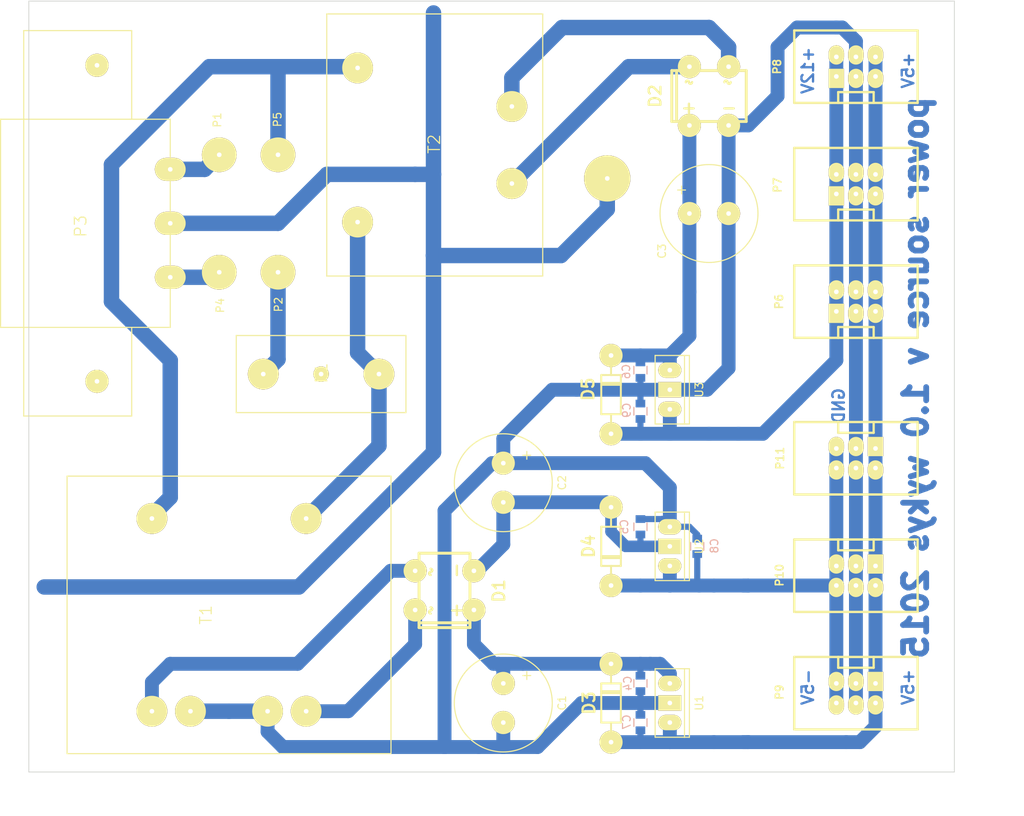
<source format=kicad_pcb>
(kicad_pcb (version 4) (host pcbnew 0.201504101001+5590~22~ubuntu14.04.1-product)

  (general
    (links 80)
    (no_connects 0)
    (area 31.064999 54.949999 168.714286 162.700001)
    (thickness 1.6)
    (drawings 12)
    (tracks 201)
    (zones 0)
    (modules 32)
    (nets 18)
  )

  (page A4)
  (layers
    (0 F.Cu signal)
    (31 B.Cu signal)
    (32 B.Adhes user)
    (33 F.Adhes user)
    (34 B.Paste user)
    (35 F.Paste user)
    (36 B.SilkS user)
    (37 F.SilkS user)
    (38 B.Mask user)
    (39 F.Mask user)
    (40 Dwgs.User user)
    (41 Cmts.User user)
    (42 Eco1.User user)
    (43 Eco2.User user)
    (44 Edge.Cuts user)
    (45 Margin user)
    (46 B.CrtYd user)
    (47 F.CrtYd user)
    (48 B.Fab user)
    (49 F.Fab user)
  )

  (setup
    (last_trace_width 0.25)
    (user_trace_width 0.5)
    (user_trace_width 0.8)
    (user_trace_width 1)
    (user_trace_width 1.2)
    (user_trace_width 1.5)
    (user_trace_width 1.8)
    (user_trace_width 2)
    (trace_clearance 0.2)
    (zone_clearance 0.508)
    (zone_45_only no)
    (trace_min 0.2)
    (segment_width 0.2)
    (edge_width 0.1)
    (via_size 0.6)
    (via_drill 0.4)
    (via_min_size 0.4)
    (via_min_drill 0.3)
    (uvia_size 0.3)
    (uvia_drill 0.1)
    (uvias_allowed no)
    (uvia_min_size 0.2)
    (uvia_min_drill 0.1)
    (pcb_text_width 0.3)
    (pcb_text_size 1.5 1.5)
    (mod_edge_width 0.15)
    (mod_text_size 1 1)
    (mod_text_width 0.15)
    (pad_size 6 6)
    (pad_drill 0.6)
    (pad_to_mask_clearance 0)
    (aux_axis_origin 35 155)
    (visible_elements FFFEFF7F)
    (pcbplotparams
      (layerselection 0x01000_80000001)
      (usegerberextensions false)
      (excludeedgelayer false)
      (linewidth 0.100000)
      (plotframeref false)
      (viasonmask false)
      (mode 1)
      (useauxorigin false)
      (hpglpennumber 1)
      (hpglpenspeed 20)
      (hpglpendiameter 15)
      (hpglpenoverlay 2)
      (psnegative false)
      (psa4output false)
      (plotreference true)
      (plotvalue true)
      (plotinvisibletext false)
      (padsonsilk false)
      (subtractmaskfromsilk false)
      (outputformat 5)
      (mirror false)
      (drillshape 1)
      (scaleselection 1)
      (outputdirectory out/))
  )

  (net 0 "")
  (net 1 GND)
  (net 2 "Net-(C1-Pad1)")
  (net 3 "Net-(C2-Pad2)")
  (net 4 "Net-(C3-Pad1)")
  (net 5 +5V)
  (net 6 -5V)
  (net 7 +12V)
  (net 8 "Net-(D1-Pad3)")
  (net 9 "Net-(D1-Pad2)")
  (net 10 "Net-(D2-Pad3)")
  (net 11 "Net-(D2-Pad2)")
  (net 12 "Net-(F1-Pad1)")
  (net 13 "Net-(F1-Pad2)")
  (net 14 Earth)
  (net 15 "Net-(P3-Pad3)")
  (net 16 "Net-(P1-Pad1)")
  (net 17 "Net-(P5-Pad1)")

  (net_class Default "Toto je výchozí třída sítě."
    (clearance 0.2)
    (trace_width 0.25)
    (via_dia 0.6)
    (via_drill 0.4)
    (uvia_dia 0.3)
    (uvia_drill 0.1)
    (add_net +12V)
    (add_net +5V)
    (add_net -5V)
    (add_net Earth)
    (add_net GND)
    (add_net "Net-(C1-Pad1)")
    (add_net "Net-(C2-Pad2)")
    (add_net "Net-(C3-Pad1)")
    (add_net "Net-(D1-Pad2)")
    (add_net "Net-(D1-Pad3)")
    (add_net "Net-(D2-Pad2)")
    (add_net "Net-(D2-Pad3)")
    (add_net "Net-(F1-Pad1)")
    (add_net "Net-(F1-Pad2)")
    (add_net "Net-(P1-Pad1)")
    (add_net "Net-(P3-Pad3)")
    (add_net "Net-(P5-Pad1)")
  )

  (module Capacitors_Elko_ThroughHole:Elko_vert_25x12.5mm_RM5_CopperClear (layer F.Cu) (tedit 551FD4F7) (tstamp 551F1B3C)
    (at 96.52 143.51 270)
    (descr "Electrolytic Capacitor, vertical, diameter 12,5mm, RM 5mm, Copper without +,")
    (tags "Electrolytic Capacitor, vertical, diameter 12,5mm, RM 5mm, Elko, Electrolytkondensator, Kondensator gepolt, Durchmesser 12,5mm, Copper without +,")
    (path /551D88AE)
    (fp_text reference C1 (at 2.54 -7.62 270) (layer F.SilkS)
      (effects (font (size 1 1) (thickness 0.15)))
    )
    (fp_text value 470u/100V (at 2.54 7.62 270) (layer F.Fab)
      (effects (font (size 1 1) (thickness 0.15)))
    )
    (fp_line (start -1.016 -3.556) (end -1.016 -2.54) (layer F.SilkS) (width 0.15))
    (fp_line (start -1.524 -3.048) (end -0.508 -3.048) (layer F.SilkS) (width 0.15))
    (fp_circle (center 2.54 0) (end 8.89 0) (layer F.SilkS) (width 0.15))
    (pad 2 thru_hole circle (at 5.08 0 270) (size 3 3) (drill 0.6) (layers *.Cu *.Mask F.SilkS)
      (net 1 GND))
    (pad 1 thru_hole circle (at 0 0 270) (size 3 3) (drill 0.6) (layers *.Cu *.Mask F.SilkS)
      (net 2 "Net-(C1-Pad1)"))
    (model Capacitors_Elko_ThroughHole.3dshapes/Elko_vert_25x12.5mm_RM5_CopperClear.wrl
      (at (xyz 0 0 0))
      (scale (xyz 1 1 1))
      (rotate (xyz 0 0 0))
    )
  )

  (module Capacitors_Elko_ThroughHole:Elko_vert_25x12.5mm_RM5_CopperClear (layer F.Cu) (tedit 551FD4E9) (tstamp 551F1B42)
    (at 96.52 114.935 270)
    (descr "Electrolytic Capacitor, vertical, diameter 12,5mm, RM 5mm, Copper without +,")
    (tags "Electrolytic Capacitor, vertical, diameter 12,5mm, RM 5mm, Elko, Electrolytkondensator, Kondensator gepolt, Durchmesser 12,5mm, Copper without +,")
    (path /551D894B)
    (fp_text reference C2 (at 2.54 -7.62 270) (layer F.SilkS)
      (effects (font (size 1 1) (thickness 0.15)))
    )
    (fp_text value 470u/100V (at 2.54 7.62 270) (layer F.Fab)
      (effects (font (size 1 1) (thickness 0.15)))
    )
    (fp_line (start -1.016 -3.556) (end -1.016 -2.54) (layer F.SilkS) (width 0.15))
    (fp_line (start -1.524 -3.048) (end -0.508 -3.048) (layer F.SilkS) (width 0.15))
    (fp_circle (center 2.54 0) (end 8.89 0) (layer F.SilkS) (width 0.15))
    (pad 2 thru_hole circle (at 5.08 0 270) (size 3 3) (drill 0.6) (layers *.Cu *.Mask F.SilkS)
      (net 3 "Net-(C2-Pad2)"))
    (pad 1 thru_hole circle (at 0 0 270) (size 3 3) (drill 0.6) (layers *.Cu *.Mask F.SilkS)
      (net 1 GND))
    (model Capacitors_Elko_ThroughHole.3dshapes/Elko_vert_25x12.5mm_RM5_CopperClear.wrl
      (at (xyz 0 0 0))
      (scale (xyz 1 1 1))
      (rotate (xyz 0 0 0))
    )
  )

  (module Capacitors_Elko_ThroughHole:Elko_vert_25x12.5mm_RM5_CopperClear (layer F.Cu) (tedit 552B2671) (tstamp 551F1B48)
    (at 120.65 82.55)
    (descr "Electrolytic Capacitor, vertical, diameter 12,5mm, RM 5mm, Copper without +,")
    (tags "Electrolytic Capacitor, vertical, diameter 12,5mm, RM 5mm, Elko, Electrolytkondensator, Kondensator gepolt, Durchmesser 12,5mm, Copper without +,")
    (path /551D9CE7)
    (fp_text reference C3 (at -3.556 4.8895 90) (layer F.SilkS)
      (effects (font (size 1 1) (thickness 0.15)))
    )
    (fp_text value 470u/100V (at 2.54 7.62) (layer F.Fab)
      (effects (font (size 1 1) (thickness 0.15)))
    )
    (fp_line (start -1.016 -3.556) (end -1.016 -2.54) (layer F.SilkS) (width 0.15))
    (fp_line (start -1.524 -3.048) (end -0.508 -3.048) (layer F.SilkS) (width 0.15))
    (fp_circle (center 2.54 0) (end 8.89 0) (layer F.SilkS) (width 0.15))
    (pad 2 thru_hole circle (at 5.08 0) (size 3 3) (drill 0.6) (layers *.Cu *.Mask F.SilkS)
      (net 1 GND))
    (pad 1 thru_hole circle (at 0 0) (size 3 3) (drill 0.6) (layers *.Cu *.Mask F.SilkS)
      (net 4 "Net-(C3-Pad1)"))
    (model Capacitors_Elko_ThroughHole.3dshapes/Elko_vert_25x12.5mm_RM5_CopperClear.wrl
      (at (xyz 0 0 0))
      (scale (xyz 1 1 1))
      (rotate (xyz 0 0 0))
    )
  )

  (module Capacitors_SMD:C_0805 (layer B.Cu) (tedit 5415D6EA) (tstamp 551F1B54)
    (at 114.3 123.19 270)
    (descr "Capacitor SMD 0805, reflow soldering, AVX (see smccp.pdf)")
    (tags "capacitor 0805")
    (path /551E305F)
    (attr smd)
    (fp_text reference C5 (at 0 2.1 270) (layer B.SilkS)
      (effects (font (size 1 1) (thickness 0.15)) (justify mirror))
    )
    (fp_text value 100n (at 0 -2.1 270) (layer B.Fab)
      (effects (font (size 1 1) (thickness 0.15)) (justify mirror))
    )
    (fp_line (start -1.8 1) (end 1.8 1) (layer B.CrtYd) (width 0.05))
    (fp_line (start -1.8 -1) (end 1.8 -1) (layer B.CrtYd) (width 0.05))
    (fp_line (start -1.8 1) (end -1.8 -1) (layer B.CrtYd) (width 0.05))
    (fp_line (start 1.8 1) (end 1.8 -1) (layer B.CrtYd) (width 0.05))
    (fp_line (start 0.5 0.85) (end -0.5 0.85) (layer B.SilkS) (width 0.15))
    (fp_line (start -0.5 -0.85) (end 0.5 -0.85) (layer B.SilkS) (width 0.15))
    (pad 1 smd rect (at -1 0 270) (size 1 1.25) (layers B.Cu B.Paste B.Mask)
      (net 1 GND))
    (pad 2 smd rect (at 1 0 270) (size 1 1.25) (layers B.Cu B.Paste B.Mask)
      (net 3 "Net-(C2-Pad2)"))
    (model Capacitors_SMD.3dshapes/C_0805.wrl
      (at (xyz 0 0 0))
      (scale (xyz 1 1 1))
      (rotate (xyz 0 0 0))
    )
  )

  (module w_pth_diodes:bridge_DFM (layer F.Cu) (tedit 552B26C7) (tstamp 551F1B86)
    (at 88.9 131.445 90)
    (descr "Bridge, DFM Package")
    (tags DFM)
    (path /551EEF0A)
    (fp_text reference D1 (at -0.0635 7.0485 90) (layer F.SilkS)
      (effects (font (thickness 0.28448)))
    )
    (fp_text value DB104 (at 0 6.4008 90) (layer F.SilkS) hide
      (effects (font (thickness 0.28448)))
    )
    (fp_line (start -4.20116 -3.29946) (end -4.20116 3.29946) (layer F.SilkS) (width 0.381))
    (fp_arc (start 2.19964 -1.79832) (end 2.19964 -1.99898) (angle 90) (layer F.SilkS) (width 0.3048))
    (fp_arc (start 2.19964 -1.79832) (end 2.00152 -1.79832) (angle 90) (layer F.SilkS) (width 0.3048))
    (fp_arc (start 2.60096 -1.79832) (end 2.60096 -1.6002) (angle 90) (layer F.SilkS) (width 0.3048))
    (fp_arc (start 2.60096 -1.79832) (end 2.80162 -1.79832) (angle 90) (layer F.SilkS) (width 0.3048))
    (fp_arc (start -2.4003 -1.79832) (end -2.19964 -1.79832) (angle 90) (layer F.SilkS) (width 0.3048))
    (fp_arc (start -2.4003 -1.79832) (end -2.4003 -1.6002) (angle 90) (layer F.SilkS) (width 0.3048))
    (fp_arc (start -2.80162 -1.79832) (end -2.99974 -1.79832) (angle 90) (layer F.SilkS) (width 0.3048))
    (fp_arc (start -2.80162 -1.79832) (end -2.80162 -1.99898) (angle 90) (layer F.SilkS) (width 0.3048))
    (fp_line (start 1.99898 1.6002) (end 3.2004 1.6002) (layer F.SilkS) (width 0.3048))
    (fp_line (start -1.99898 1.6002) (end -3.2004 1.6002) (layer F.SilkS) (width 0.3048))
    (fp_line (start -2.60096 2.19964) (end -2.60096 1.00076) (layer F.SilkS) (width 0.3048))
    (fp_line (start 4.826 -3.302) (end 4.826 3.302) (layer F.SilkS) (width 0.381))
    (fp_line (start 4.826 3.302) (end -4.826 3.302) (layer F.SilkS) (width 0.381))
    (fp_line (start -4.826 3.302) (end -4.826 -3.302) (layer F.SilkS) (width 0.381))
    (fp_line (start -4.826 -3.302) (end 4.826 -3.302) (layer F.SilkS) (width 0.381))
    (pad 1 thru_hole circle (at -2.54 3.81 90) (size 3 3) (drill 0.6) (layers *.Cu *.Mask F.SilkS)
      (net 2 "Net-(C1-Pad1)"))
    (pad 4 thru_hole circle (at 2.54 3.81 90) (size 3 3) (drill 0.6) (layers *.Cu *.Mask F.SilkS)
      (net 3 "Net-(C2-Pad2)"))
    (pad 3 thru_hole circle (at 2.54 -3.81 90) (size 3 3) (drill 0.6) (layers *.Cu *.Mask F.SilkS)
      (net 8 "Net-(D1-Pad3)"))
    (pad 2 thru_hole circle (at -2.54 -3.81 90) (size 3 3) (drill 0.6) (layers *.Cu *.Mask F.SilkS)
      (net 9 "Net-(D1-Pad2)"))
    (model walter/pth_diodes/db_dfm.wrl
      (at (xyz 0 0 0))
      (scale (xyz 1 1 1))
      (rotate (xyz 0 0 0))
    )
  )

  (module w_pth_diodes:bridge_DFM (layer F.Cu) (tedit 552B26CD) (tstamp 551F1B8E)
    (at 123.19 67.31)
    (descr "Bridge, DFM Package")
    (tags DFM)
    (path /551EF1E5)
    (fp_text reference D2 (at -6.985 0 90) (layer F.SilkS)
      (effects (font (thickness 0.28448)))
    )
    (fp_text value DB104 (at 0 6.4008) (layer F.SilkS) hide
      (effects (font (thickness 0.28448)))
    )
    (fp_line (start -4.20116 -3.29946) (end -4.20116 3.29946) (layer F.SilkS) (width 0.381))
    (fp_arc (start 2.19964 -1.79832) (end 2.19964 -1.99898) (angle 90) (layer F.SilkS) (width 0.3048))
    (fp_arc (start 2.19964 -1.79832) (end 2.00152 -1.79832) (angle 90) (layer F.SilkS) (width 0.3048))
    (fp_arc (start 2.60096 -1.79832) (end 2.60096 -1.6002) (angle 90) (layer F.SilkS) (width 0.3048))
    (fp_arc (start 2.60096 -1.79832) (end 2.80162 -1.79832) (angle 90) (layer F.SilkS) (width 0.3048))
    (fp_arc (start -2.4003 -1.79832) (end -2.19964 -1.79832) (angle 90) (layer F.SilkS) (width 0.3048))
    (fp_arc (start -2.4003 -1.79832) (end -2.4003 -1.6002) (angle 90) (layer F.SilkS) (width 0.3048))
    (fp_arc (start -2.80162 -1.79832) (end -2.99974 -1.79832) (angle 90) (layer F.SilkS) (width 0.3048))
    (fp_arc (start -2.80162 -1.79832) (end -2.80162 -1.99898) (angle 90) (layer F.SilkS) (width 0.3048))
    (fp_line (start 1.99898 1.6002) (end 3.2004 1.6002) (layer F.SilkS) (width 0.3048))
    (fp_line (start -1.99898 1.6002) (end -3.2004 1.6002) (layer F.SilkS) (width 0.3048))
    (fp_line (start -2.60096 2.19964) (end -2.60096 1.00076) (layer F.SilkS) (width 0.3048))
    (fp_line (start 4.826 -3.302) (end 4.826 3.302) (layer F.SilkS) (width 0.381))
    (fp_line (start 4.826 3.302) (end -4.826 3.302) (layer F.SilkS) (width 0.381))
    (fp_line (start -4.826 3.302) (end -4.826 -3.302) (layer F.SilkS) (width 0.381))
    (fp_line (start -4.826 -3.302) (end 4.826 -3.302) (layer F.SilkS) (width 0.381))
    (pad 1 thru_hole circle (at -2.54 3.81) (size 3 3) (drill 0.6) (layers *.Cu *.Mask F.SilkS)
      (net 4 "Net-(C3-Pad1)"))
    (pad 4 thru_hole circle (at 2.54 3.81) (size 3 3) (drill 0.6) (layers *.Cu *.Mask F.SilkS)
      (net 1 GND))
    (pad 3 thru_hole circle (at 2.54 -3.81) (size 3 3) (drill 0.6) (layers *.Cu *.Mask F.SilkS)
      (net 10 "Net-(D2-Pad3)"))
    (pad 2 thru_hole circle (at -2.54 -3.81) (size 3 3) (drill 0.6) (layers *.Cu *.Mask F.SilkS)
      (net 11 "Net-(D2-Pad2)"))
    (model walter/pth_diodes/db_dfm.wrl
      (at (xyz 0 0 0))
      (scale (xyz 1 1 1))
      (rotate (xyz 0 0 0))
    )
  )

  (module w_pth_diodes:diode_do41 (layer F.Cu) (tedit 552B270A) (tstamp 551F1B94)
    (at 110.49 146.05 90)
    (descr "Diode, DO-41 package")
    (path /551DB5CA)
    (fp_text reference D3 (at 0 -2.8575 90) (layer F.SilkS)
      (effects (font (thickness 0.3048)))
    )
    (fp_text value D_Schottky (at 0 -2.54 90) (layer F.SilkS) hide
      (effects (font (thickness 0.3048)))
    )
    (fp_line (start 1.524 1.27) (end 1.524 -1.27) (layer F.SilkS) (width 0.254))
    (fp_line (start 1.27 -1.27) (end 1.27 1.27) (layer F.SilkS) (width 0.254))
    (fp_line (start -2.54 -1.27) (end -2.54 1.27) (layer F.SilkS) (width 0.254))
    (fp_line (start 2.54 -1.27) (end 2.54 1.27) (layer F.SilkS) (width 0.254))
    (fp_line (start -2.54 -1.27) (end 2.54 -1.27) (layer F.SilkS) (width 0.254))
    (fp_line (start 2.54 1.27) (end -2.54 1.27) (layer F.SilkS) (width 0.254))
    (fp_line (start 4.826 0) (end 2.54 0) (layer F.SilkS) (width 0.254))
    (fp_line (start -2.54 0) (end -4.826 0) (layer F.SilkS) (width 0.254))
    (pad 1 thru_hole circle (at -5.08 0 90) (size 3 3) (drill 0.6) (layers *.Cu *.Mask F.SilkS)
      (net 5 +5V))
    (pad 2 thru_hole circle (at 5.08 0 90) (size 3 3) (drill 0.6) (layers *.Cu *.Mask F.SilkS)
      (net 2 "Net-(C1-Pad1)"))
    (model walter/pth_diodes/diode_do41.wrl
      (at (xyz 0 0 0))
      (scale (xyz 1 1 1))
      (rotate (xyz 0 0 0))
    )
  )

  (module w_pth_diodes:diode_do41 (layer F.Cu) (tedit 552B2704) (tstamp 551F1B9A)
    (at 110.49 125.73 270)
    (descr "Diode, DO-41 package")
    (path /551DB5F8)
    (fp_text reference D4 (at 0 2.921 270) (layer F.SilkS)
      (effects (font (thickness 0.3048)))
    )
    (fp_text value D_Schottky (at 0 -2.54 270) (layer F.SilkS) hide
      (effects (font (thickness 0.3048)))
    )
    (fp_line (start 1.524 1.27) (end 1.524 -1.27) (layer F.SilkS) (width 0.254))
    (fp_line (start 1.27 -1.27) (end 1.27 1.27) (layer F.SilkS) (width 0.254))
    (fp_line (start -2.54 -1.27) (end -2.54 1.27) (layer F.SilkS) (width 0.254))
    (fp_line (start 2.54 -1.27) (end 2.54 1.27) (layer F.SilkS) (width 0.254))
    (fp_line (start -2.54 -1.27) (end 2.54 -1.27) (layer F.SilkS) (width 0.254))
    (fp_line (start 2.54 1.27) (end -2.54 1.27) (layer F.SilkS) (width 0.254))
    (fp_line (start 4.826 0) (end 2.54 0) (layer F.SilkS) (width 0.254))
    (fp_line (start -2.54 0) (end -4.826 0) (layer F.SilkS) (width 0.254))
    (pad 1 thru_hole circle (at -5.08 0 270) (size 3 3) (drill 0.6) (layers *.Cu *.Mask F.SilkS)
      (net 3 "Net-(C2-Pad2)"))
    (pad 2 thru_hole circle (at 5.08 0 270) (size 3 3) (drill 0.6) (layers *.Cu *.Mask F.SilkS)
      (net 6 -5V))
    (model walter/pth_diodes/diode_do41.wrl
      (at (xyz 0 0 0))
      (scale (xyz 1 1 1))
      (rotate (xyz 0 0 0))
    )
  )

  (module w_pth_diodes:diode_do41 (layer F.Cu) (tedit 552B2700) (tstamp 551F1BA0)
    (at 110.49 106.045 90)
    (descr "Diode, DO-41 package")
    (path /551DB627)
    (fp_text reference D5 (at 0.6985 -2.9845 90) (layer F.SilkS)
      (effects (font (thickness 0.3048)))
    )
    (fp_text value D_Schottky (at 0 -2.54 90) (layer F.SilkS) hide
      (effects (font (thickness 0.3048)))
    )
    (fp_line (start 1.524 1.27) (end 1.524 -1.27) (layer F.SilkS) (width 0.254))
    (fp_line (start 1.27 -1.27) (end 1.27 1.27) (layer F.SilkS) (width 0.254))
    (fp_line (start -2.54 -1.27) (end -2.54 1.27) (layer F.SilkS) (width 0.254))
    (fp_line (start 2.54 -1.27) (end 2.54 1.27) (layer F.SilkS) (width 0.254))
    (fp_line (start -2.54 -1.27) (end 2.54 -1.27) (layer F.SilkS) (width 0.254))
    (fp_line (start 2.54 1.27) (end -2.54 1.27) (layer F.SilkS) (width 0.254))
    (fp_line (start 4.826 0) (end 2.54 0) (layer F.SilkS) (width 0.254))
    (fp_line (start -2.54 0) (end -4.826 0) (layer F.SilkS) (width 0.254))
    (pad 1 thru_hole circle (at -5.08 0 90) (size 3 3) (drill 0.6) (layers *.Cu *.Mask F.SilkS)
      (net 7 +12V))
    (pad 2 thru_hole circle (at 5.08 0 90) (size 3 3) (drill 0.6) (layers *.Cu *.Mask F.SilkS)
      (net 4 "Net-(C3-Pad1)"))
    (model walter/pth_diodes/diode_do41.wrl
      (at (xyz 0 0 0))
      (scale (xyz 1 1 1))
      (rotate (xyz 0 0 0))
    )
  )

  (module SDRlib:fuse_socket (layer F.Cu) (tedit 552B2642) (tstamp 551F1BA7)
    (at 72.898 103.378)
    (path /551E0B7D)
    (fp_text reference F1 (at 0.0635 -0.127 90) (layer F.SilkS)
      (effects (font (size 1.5 1.5) (thickness 0.15)))
    )
    (fp_text value 1A/230V (at 0 3) (layer F.Fab)
      (effects (font (size 1.5 1.5) (thickness 0.15)))
    )
    (fp_line (start 11 -5) (end 11 5) (layer F.SilkS) (width 0.15))
    (fp_line (start 11 5) (end -11 5) (layer F.SilkS) (width 0.15))
    (fp_line (start -11 5) (end -11 -5) (layer F.SilkS) (width 0.15))
    (fp_line (start -11 -5) (end 11 -5) (layer F.SilkS) (width 0.15))
    (pad 1 thru_hole circle (at -7.5 0) (size 4 4) (drill 0.6) (layers *.Cu *.Mask F.SilkS)
      (net 12 "Net-(F1-Pad1)"))
    (pad 2 thru_hole circle (at 7.5 0) (size 4 4) (drill 0.6) (layers *.Cu *.Mask F.SilkS)
      (net 13 "Net-(F1-Pad2)"))
    (pad "" np_thru_hole circle (at 0 0) (size 2 2) (drill 0.6) (layers *.Cu *.Mask F.SilkS))
  )

  (module SDRlib:M3 (layer F.Cu) (tedit 551FDBDC) (tstamp 551F1BB3)
    (at 110 78)
    (path /551EAF09)
    (fp_text reference M1 (at 0 0.75) (layer F.SilkS)
      (effects (font (size 1.5 1.5) (thickness 0.15)))
    )
    (fp_text value M3 (at 0 -0.75) (layer F.Fab)
      (effects (font (size 1.5 1.5) (thickness 0.15)))
    )
    (pad 1 thru_hole circle (at 0 0) (size 6 6) (drill 0.6) (layers *.Cu *.Mask F.SilkS)
      (net 14 Earth) (zone_connect 2))
  )

  (module Wire_Pads:SolderWirePad_single_2mmDrill (layer F.Cu) (tedit 552B2657) (tstamp 551F1BB8)
    (at 59.69 74.93)
    (path /551F73FB)
    (fp_text reference P1 (at -0.254 -4.5085 90) (layer F.SilkS)
      (effects (font (size 1 1) (thickness 0.15)))
    )
    (fp_text value L1 (at -0.635 3.81) (layer F.Fab)
      (effects (font (size 1 1) (thickness 0.15)))
    )
    (pad 1 thru_hole circle (at 0 0) (size 4.50088 4.50088) (drill 0.6) (layers *.Cu *.Mask F.SilkS)
      (net 16 "Net-(P1-Pad1)"))
  )

  (module Wire_Pads:SolderWirePad_single_2mmDrill (layer F.Cu) (tedit 552B2660) (tstamp 551F1BBD)
    (at 67.31 90.17)
    (path /551F7384)
    (fp_text reference P2 (at 0.0635 4.191 90) (layer F.SilkS)
      (effects (font (size 1 1) (thickness 0.15)))
    )
    (fp_text value L2 (at -0.635 3.81) (layer F.Fab)
      (effects (font (size 1 1) (thickness 0.15)))
    )
    (pad 1 thru_hole circle (at 0 0) (size 4.50088 4.50088) (drill 0.6) (layers *.Cu *.Mask F.SilkS)
      (net 12 "Net-(F1-Pad1)"))
  )

  (module Wire_Pads:SolderWirePad_single_2mmDrill (layer F.Cu) (tedit 552B2653) (tstamp 551F1BCB)
    (at 59.69 90.17)
    (path /551F73BD)
    (fp_text reference P4 (at 0.127 4.318 90) (layer F.SilkS)
      (effects (font (size 1 1) (thickness 0.15)))
    )
    (fp_text value N1 (at -0.635 3.81) (layer F.Fab)
      (effects (font (size 1 1) (thickness 0.15)))
    )
    (pad 1 thru_hole circle (at 0 0) (size 4.50088 4.50088) (drill 0.6) (layers *.Cu *.Mask F.SilkS)
      (net 15 "Net-(P3-Pad3)"))
  )

  (module Wire_Pads:SolderWirePad_single_2mmDrill (layer F.Cu) (tedit 552B265A) (tstamp 551F1BD0)
    (at 67.31 74.93)
    (path /551F7336)
    (fp_text reference P5 (at -0.0635 -4.572 90) (layer F.SilkS)
      (effects (font (size 1 1) (thickness 0.15)))
    )
    (fp_text value N2 (at -0.635 3.81) (layer F.Fab)
      (effects (font (size 1 1) (thickness 0.15)))
    )
    (pad 1 thru_hole circle (at 0 0) (size 4.50088 4.50088) (drill 0.6) (layers *.Cu *.Mask F.SilkS)
      (net 17 "Net-(P5-Pad1)"))
  )

  (module w_conn_strip:vasch_strip_3x2 (layer F.Cu) (tedit 552B2692) (tstamp 551F1BDA)
    (at 142.24 93.98)
    (descr "Box header 3x2pin 2.54mm")
    (tags "CONN DEV")
    (path /551E9596)
    (fp_text reference P6 (at -9.9695 0 90) (layer F.SilkS)
      (effects (font (size 1 1) (thickness 0.2032)))
    )
    (fp_text value MLW6 (at 0 5.7) (layer F.SilkS) hide
      (effects (font (size 1 1) (thickness 0.2032)))
    )
    (fp_line (start -8 4.7) (end 8 4.7) (layer F.SilkS) (width 0.3048))
    (fp_line (start 8 -4.7) (end -8 -4.7) (layer F.SilkS) (width 0.3048))
    (fp_line (start -8 -4.7) (end -8 4.7) (layer F.SilkS) (width 0.3048))
    (fp_line (start 8 -4.7) (end 8 4.7) (layer F.SilkS) (width 0.3048))
    (fp_line (start 2.3 4.7) (end 2.3 3.3) (layer F.SilkS) (width 0.29972))
    (fp_line (start 2.3 3.3) (end -2.3 3.3) (layer F.SilkS) (width 0.29972))
    (fp_line (start -2.3 3.3) (end -2.3 4.7) (layer F.SilkS) (width 0.29972))
    (pad 1 thru_hole rect (at -2.54 1.27) (size 2 2.5) (drill 0.6 (offset 0 0.25)) (layers *.Cu *.Mask F.SilkS)
      (net 7 +12V))
    (pad 2 thru_hole oval (at -2.54 -1.27) (size 2 2.5) (drill 0.6 (offset 0 -0.25)) (layers *.Cu *.Mask F.SilkS)
      (net 7 +12V))
    (pad 3 thru_hole oval (at 0 1.27) (size 2 2.5) (drill 0.6 (offset 0 0.25)) (layers *.Cu *.Mask F.SilkS)
      (net 1 GND))
    (pad 4 thru_hole oval (at 0 -1.27) (size 2 2.5) (drill 0.6 (offset 0 -0.25)) (layers *.Cu *.Mask F.SilkS)
      (net 1 GND))
    (pad 5 thru_hole oval (at 2.54 1.27) (size 2 2.5) (drill 0.6 (offset 0 0.25)) (layers *.Cu *.Mask F.SilkS)
      (net 5 +5V))
    (pad 6 thru_hole oval (at 2.54 -1.27) (size 2 2.5) (drill 0.6 (offset 0 -0.25)) (layers *.Cu *.Mask F.SilkS)
      (net 5 +5V))
    (model walter/conn_strip/vasch_strip_3x2.wrl
      (at (xyz 0 0 0))
      (scale (xyz 1 1 1))
      (rotate (xyz 0 0 0))
    )
  )

  (module w_conn_strip:vasch_strip_3x2 (layer F.Cu) (tedit 552B2699) (tstamp 551F1BE4)
    (at 142.24 78.74)
    (descr "Box header 3x2pin 2.54mm")
    (tags "CONN DEV")
    (path /551E250D)
    (fp_text reference P7 (at -10.16 0.127 90) (layer F.SilkS)
      (effects (font (size 1 1) (thickness 0.2032)))
    )
    (fp_text value MLW6 (at 0 5.7) (layer F.SilkS) hide
      (effects (font (size 1 1) (thickness 0.2032)))
    )
    (fp_line (start -8 4.7) (end 8 4.7) (layer F.SilkS) (width 0.3048))
    (fp_line (start 8 -4.7) (end -8 -4.7) (layer F.SilkS) (width 0.3048))
    (fp_line (start -8 -4.7) (end -8 4.7) (layer F.SilkS) (width 0.3048))
    (fp_line (start 8 -4.7) (end 8 4.7) (layer F.SilkS) (width 0.3048))
    (fp_line (start 2.3 4.7) (end 2.3 3.3) (layer F.SilkS) (width 0.29972))
    (fp_line (start 2.3 3.3) (end -2.3 3.3) (layer F.SilkS) (width 0.29972))
    (fp_line (start -2.3 3.3) (end -2.3 4.7) (layer F.SilkS) (width 0.29972))
    (pad 1 thru_hole rect (at -2.54 1.27) (size 2 2.5) (drill 0.6 (offset 0 0.25)) (layers *.Cu *.Mask F.SilkS)
      (net 7 +12V))
    (pad 2 thru_hole oval (at -2.54 -1.27) (size 2 2.5) (drill 0.6 (offset 0 -0.25)) (layers *.Cu *.Mask F.SilkS)
      (net 7 +12V))
    (pad 3 thru_hole oval (at 0 1.27) (size 2 2.5) (drill 0.6 (offset 0 0.25)) (layers *.Cu *.Mask F.SilkS)
      (net 1 GND))
    (pad 4 thru_hole oval (at 0 -1.27) (size 2 2.5) (drill 0.6 (offset 0 -0.25)) (layers *.Cu *.Mask F.SilkS)
      (net 1 GND))
    (pad 5 thru_hole oval (at 2.54 1.27) (size 2 2.5) (drill 0.6 (offset 0 0.25)) (layers *.Cu *.Mask F.SilkS)
      (net 5 +5V))
    (pad 6 thru_hole oval (at 2.54 -1.27) (size 2 2.5) (drill 0.6 (offset 0 -0.25)) (layers *.Cu *.Mask F.SilkS)
      (net 5 +5V))
    (model walter/conn_strip/vasch_strip_3x2.wrl
      (at (xyz 0 0 0))
      (scale (xyz 1 1 1))
      (rotate (xyz 0 0 0))
    )
  )

  (module w_conn_strip:vasch_strip_3x2 (layer F.Cu) (tedit 552B269F) (tstamp 551F1BEE)
    (at 142.24 63.5)
    (descr "Box header 3x2pin 2.54mm")
    (tags "CONN DEV")
    (path /551E2AC2)
    (fp_text reference P8 (at -10.2235 0 90) (layer F.SilkS)
      (effects (font (size 1 1) (thickness 0.2032)))
    )
    (fp_text value MLW6 (at 0 5.7) (layer F.SilkS) hide
      (effects (font (size 1 1) (thickness 0.2032)))
    )
    (fp_line (start -8 4.7) (end 8 4.7) (layer F.SilkS) (width 0.3048))
    (fp_line (start 8 -4.7) (end -8 -4.7) (layer F.SilkS) (width 0.3048))
    (fp_line (start -8 -4.7) (end -8 4.7) (layer F.SilkS) (width 0.3048))
    (fp_line (start 8 -4.7) (end 8 4.7) (layer F.SilkS) (width 0.3048))
    (fp_line (start 2.3 4.7) (end 2.3 3.3) (layer F.SilkS) (width 0.29972))
    (fp_line (start 2.3 3.3) (end -2.3 3.3) (layer F.SilkS) (width 0.29972))
    (fp_line (start -2.3 3.3) (end -2.3 4.7) (layer F.SilkS) (width 0.29972))
    (pad 1 thru_hole rect (at -2.54 1.27) (size 2 2.5) (drill 0.6 (offset 0 0.25)) (layers *.Cu *.Mask F.SilkS)
      (net 7 +12V))
    (pad 2 thru_hole oval (at -2.54 -1.27) (size 2 2.5) (drill 0.6 (offset 0 -0.25)) (layers *.Cu *.Mask F.SilkS)
      (net 7 +12V))
    (pad 3 thru_hole oval (at 0 1.27) (size 2 2.5) (drill 0.6 (offset 0 0.25)) (layers *.Cu *.Mask F.SilkS)
      (net 1 GND))
    (pad 4 thru_hole oval (at 0 -1.27) (size 2 2.5) (drill 0.6 (offset 0 -0.25)) (layers *.Cu *.Mask F.SilkS)
      (net 1 GND))
    (pad 5 thru_hole oval (at 2.54 1.27) (size 2 2.5) (drill 0.6 (offset 0 0.25)) (layers *.Cu *.Mask F.SilkS)
      (net 5 +5V))
    (pad 6 thru_hole oval (at 2.54 -1.27) (size 2 2.5) (drill 0.6 (offset 0 -0.25)) (layers *.Cu *.Mask F.SilkS)
      (net 5 +5V))
    (model walter/conn_strip/vasch_strip_3x2.wrl
      (at (xyz 0 0 0))
      (scale (xyz 1 1 1))
      (rotate (xyz 0 0 0))
    )
  )

  (module w_conn_strip:vasch_strip_3x2 (layer F.Cu) (tedit 552B2680) (tstamp 551F1BF8)
    (at 142.24 144.78 180)
    (descr "Box header 3x2pin 2.54mm")
    (tags "CONN DEV")
    (path /551E7BA5)
    (fp_text reference P9 (at 9.906 0.127 270) (layer F.SilkS)
      (effects (font (size 1 1) (thickness 0.2032)))
    )
    (fp_text value MLW6 (at 0 5.7 180) (layer F.SilkS) hide
      (effects (font (size 1 1) (thickness 0.2032)))
    )
    (fp_line (start -8 4.7) (end 8 4.7) (layer F.SilkS) (width 0.3048))
    (fp_line (start 8 -4.7) (end -8 -4.7) (layer F.SilkS) (width 0.3048))
    (fp_line (start -8 -4.7) (end -8 4.7) (layer F.SilkS) (width 0.3048))
    (fp_line (start 8 -4.7) (end 8 4.7) (layer F.SilkS) (width 0.3048))
    (fp_line (start 2.3 4.7) (end 2.3 3.3) (layer F.SilkS) (width 0.29972))
    (fp_line (start 2.3 3.3) (end -2.3 3.3) (layer F.SilkS) (width 0.29972))
    (fp_line (start -2.3 3.3) (end -2.3 4.7) (layer F.SilkS) (width 0.29972))
    (pad 1 thru_hole rect (at -2.54 1.27 180) (size 2 2.5) (drill 0.6 (offset 0 0.25)) (layers *.Cu *.Mask F.SilkS)
      (net 5 +5V))
    (pad 2 thru_hole oval (at -2.54 -1.27 180) (size 2 2.5) (drill 0.6 (offset 0 -0.25)) (layers *.Cu *.Mask F.SilkS)
      (net 5 +5V))
    (pad 3 thru_hole oval (at 0 1.27 180) (size 2 2.5) (drill 0.6 (offset 0 0.25)) (layers *.Cu *.Mask F.SilkS)
      (net 1 GND))
    (pad 4 thru_hole oval (at 0 -1.27 180) (size 2 2.5) (drill 0.6 (offset 0 -0.25)) (layers *.Cu *.Mask F.SilkS)
      (net 1 GND))
    (pad 5 thru_hole oval (at 2.54 1.27 180) (size 2 2.5) (drill 0.6 (offset 0 0.25)) (layers *.Cu *.Mask F.SilkS)
      (net 6 -5V))
    (pad 6 thru_hole oval (at 2.54 -1.27 180) (size 2 2.5) (drill 0.6 (offset 0 -0.25)) (layers *.Cu *.Mask F.SilkS)
      (net 6 -5V))
    (model walter/conn_strip/vasch_strip_3x2.wrl
      (at (xyz 0 0 0))
      (scale (xyz 1 1 1))
      (rotate (xyz 0 0 0))
    )
  )

  (module w_conn_strip:vasch_strip_3x2 (layer F.Cu) (tedit 552B2686) (tstamp 551F1C02)
    (at 142.24 129.54 180)
    (descr "Box header 3x2pin 2.54mm")
    (tags "CONN DEV")
    (path /551E8915)
    (fp_text reference P10 (at 9.906 0.0635 270) (layer F.SilkS)
      (effects (font (size 1 1) (thickness 0.2032)))
    )
    (fp_text value MLW6 (at 0 5.7 180) (layer F.SilkS) hide
      (effects (font (size 1 1) (thickness 0.2032)))
    )
    (fp_line (start -8 4.7) (end 8 4.7) (layer F.SilkS) (width 0.3048))
    (fp_line (start 8 -4.7) (end -8 -4.7) (layer F.SilkS) (width 0.3048))
    (fp_line (start -8 -4.7) (end -8 4.7) (layer F.SilkS) (width 0.3048))
    (fp_line (start 8 -4.7) (end 8 4.7) (layer F.SilkS) (width 0.3048))
    (fp_line (start 2.3 4.7) (end 2.3 3.3) (layer F.SilkS) (width 0.29972))
    (fp_line (start 2.3 3.3) (end -2.3 3.3) (layer F.SilkS) (width 0.29972))
    (fp_line (start -2.3 3.3) (end -2.3 4.7) (layer F.SilkS) (width 0.29972))
    (pad 1 thru_hole rect (at -2.54 1.27 180) (size 2 2.5) (drill 0.6 (offset 0 0.25)) (layers *.Cu *.Mask F.SilkS)
      (net 5 +5V))
    (pad 2 thru_hole oval (at -2.54 -1.27 180) (size 2 2.5) (drill 0.6 (offset 0 -0.25)) (layers *.Cu *.Mask F.SilkS)
      (net 5 +5V))
    (pad 3 thru_hole oval (at 0 1.27 180) (size 2 2.5) (drill 0.6 (offset 0 0.25)) (layers *.Cu *.Mask F.SilkS)
      (net 1 GND))
    (pad 4 thru_hole oval (at 0 -1.27 180) (size 2 2.5) (drill 0.6 (offset 0 -0.25)) (layers *.Cu *.Mask F.SilkS)
      (net 1 GND))
    (pad 5 thru_hole oval (at 2.54 1.27 180) (size 2 2.5) (drill 0.6 (offset 0 0.25)) (layers *.Cu *.Mask F.SilkS)
      (net 6 -5V))
    (pad 6 thru_hole oval (at 2.54 -1.27 180) (size 2 2.5) (drill 0.6 (offset 0 -0.25)) (layers *.Cu *.Mask F.SilkS)
      (net 6 -5V))
    (model walter/conn_strip/vasch_strip_3x2.wrl
      (at (xyz 0 0 0))
      (scale (xyz 1 1 1))
      (rotate (xyz 0 0 0))
    )
  )

  (module w_conn_strip:vasch_strip_3x2 (layer F.Cu) (tedit 552B268C) (tstamp 551F1C0C)
    (at 142.24 114.3 180)
    (descr "Box header 3x2pin 2.54mm")
    (tags "CONN DEV")
    (path /551E9A20)
    (fp_text reference P11 (at 9.8425 0 270) (layer F.SilkS)
      (effects (font (size 1 1) (thickness 0.2032)))
    )
    (fp_text value MLW6 (at 0 5.7 180) (layer F.SilkS) hide
      (effects (font (size 1 1) (thickness 0.2032)))
    )
    (fp_line (start -8 4.7) (end 8 4.7) (layer F.SilkS) (width 0.3048))
    (fp_line (start 8 -4.7) (end -8 -4.7) (layer F.SilkS) (width 0.3048))
    (fp_line (start -8 -4.7) (end -8 4.7) (layer F.SilkS) (width 0.3048))
    (fp_line (start 8 -4.7) (end 8 4.7) (layer F.SilkS) (width 0.3048))
    (fp_line (start 2.3 4.7) (end 2.3 3.3) (layer F.SilkS) (width 0.29972))
    (fp_line (start 2.3 3.3) (end -2.3 3.3) (layer F.SilkS) (width 0.29972))
    (fp_line (start -2.3 3.3) (end -2.3 4.7) (layer F.SilkS) (width 0.29972))
    (pad 1 thru_hole rect (at -2.54 1.27 180) (size 2 2.5) (drill 0.6 (offset 0 0.25)) (layers *.Cu *.Mask F.SilkS)
      (net 5 +5V))
    (pad 2 thru_hole oval (at -2.54 -1.27 180) (size 2 2.5) (drill 0.6 (offset 0 -0.25)) (layers *.Cu *.Mask F.SilkS)
      (net 5 +5V))
    (pad 3 thru_hole oval (at 0 1.27 180) (size 2 2.5) (drill 0.6 (offset 0 0.25)) (layers *.Cu *.Mask F.SilkS)
      (net 1 GND))
    (pad 4 thru_hole oval (at 0 -1.27 180) (size 2 2.5) (drill 0.6 (offset 0 -0.25)) (layers *.Cu *.Mask F.SilkS)
      (net 1 GND))
    (pad 5 thru_hole oval (at 2.54 1.27 180) (size 2 2.5) (drill 0.6 (offset 0 0.25)) (layers *.Cu *.Mask F.SilkS)
      (net 6 -5V))
    (pad 6 thru_hole oval (at 2.54 -1.27 180) (size 2 2.5) (drill 0.6 (offset 0 -0.25)) (layers *.Cu *.Mask F.SilkS)
      (net 6 -5V))
    (model walter/conn_strip/vasch_strip_3x2.wrl
      (at (xyz 0 0 0))
      (scale (xyz 1 1 1))
      (rotate (xyz 0 0 0))
    )
  )

  (module SDRlib:BV_EI_382 (layer F.Cu) (tedit 551EDBC9) (tstamp 551F1C16)
    (at 60.96 134.62 270)
    (path /551D703E)
    (fp_text reference T1 (at 0 3 270) (layer F.SilkS)
      (effects (font (size 1.5 1.5) (thickness 0.15)))
    )
    (fp_text value TRANSFO2 (at 0 -5 270) (layer F.Fab)
      (effects (font (size 1.5 1.5) (thickness 0.15)))
    )
    (fp_line (start -18 21) (end 18 21) (layer F.SilkS) (width 0.15))
    (fp_line (start 18 21) (end 18 -21) (layer F.SilkS) (width 0.15))
    (fp_line (start 18 -21) (end -18 -21) (layer F.SilkS) (width 0.15))
    (fp_line (start -18 -21) (end -18 21) (layer F.SilkS) (width 0.15))
    (pad 1 thru_hole circle (at -12.5 -10 270) (size 4 4) (drill 0.6) (layers *.Cu *.Mask F.SilkS)
      (net 13 "Net-(F1-Pad2)"))
    (pad 2 thru_hole circle (at -12.5 10 270) (size 4 4) (drill 0.6) (layers *.Cu *.Mask F.SilkS)
      (net 17 "Net-(P5-Pad1)"))
    (pad 3 thru_hole circle (at 12.5 -10 270) (size 4 4) (drill 0.6) (layers *.Cu *.Mask F.SilkS)
      (net 9 "Net-(D1-Pad2)"))
    (pad 4 thru_hole circle (at 12.5 -5 270) (size 4 4) (drill 0.6) (layers *.Cu *.Mask F.SilkS)
      (net 1 GND))
    (pad 5 thru_hole circle (at 12.5 5 270) (size 4 4) (drill 0.6) (layers *.Cu *.Mask F.SilkS)
      (net 1 GND))
    (pad 6 thru_hole circle (at 12.5 10 270) (size 4 4) (drill 0.6) (layers *.Cu *.Mask F.SilkS)
      (net 8 "Net-(D1-Pad3)"))
  )

  (module SDRlib:BV_EI_303 (layer F.Cu) (tedit 552B2667) (tstamp 551F1C1E)
    (at 87.63 73.66)
    (path /551D70DE)
    (fp_text reference T2 (at -0.0635 -0.127 90) (layer F.SilkS)
      (effects (font (size 1.5 1.5) (thickness 0.15)))
    )
    (fp_text value TRANSFO (at 0 -2) (layer F.Fab)
      (effects (font (size 1.5 1.5) (thickness 0.15)))
    )
    (fp_line (start -14 17) (end 14 17) (layer F.SilkS) (width 0.15))
    (fp_line (start 14 17) (end 14 -17) (layer F.SilkS) (width 0.15))
    (fp_line (start 14 -17) (end -14 -17) (layer F.SilkS) (width 0.15))
    (fp_line (start -14 -17) (end -14 17) (layer F.SilkS) (width 0.15))
    (pad 4 thru_hole circle (at 10 -5) (size 4 4) (drill 0.6) (layers *.Cu *.Mask F.SilkS)
      (net 10 "Net-(D2-Pad3)"))
    (pad 3 thru_hole circle (at 10 5) (size 4 4) (drill 0.6) (layers *.Cu *.Mask F.SilkS)
      (net 11 "Net-(D2-Pad2)"))
    (pad 2 thru_hole circle (at -10 10) (size 4 4) (drill 0.6) (layers *.Cu *.Mask F.SilkS)
      (net 13 "Net-(F1-Pad2)"))
    (pad 1 thru_hole circle (at -10 -10) (size 4 4) (drill 0.6) (layers *.Cu *.Mask F.SilkS)
      (net 17 "Net-(P5-Pad1)"))
  )

  (module Discret:LM78XXV (layer F.Cu) (tedit 552B25EA) (tstamp 551F1C25)
    (at 118.11 146.05)
    (descr "Regulateur TO220 serie LM78xx")
    (tags "TR TO220")
    (path /551D83ED)
    (fp_text reference U1 (at 3.81 0 270) (layer F.SilkS)
      (effects (font (size 1 1) (thickness 0.15)))
    )
    (fp_text value 7805 (at -3.175 -0.635 90) (layer F.Fab)
      (effects (font (size 1 1) (thickness 0.15)))
    )
    (fp_line (start 1.905 -4.445) (end 2.54 -4.445) (layer F.SilkS) (width 0.15))
    (fp_line (start 2.54 -4.445) (end 2.54 4.445) (layer F.SilkS) (width 0.15))
    (fp_line (start 2.54 4.445) (end 1.905 4.445) (layer F.SilkS) (width 0.15))
    (fp_line (start -1.905 -4.445) (end 1.905 -4.445) (layer F.SilkS) (width 0.15))
    (fp_line (start 1.905 -4.445) (end 1.905 4.445) (layer F.SilkS) (width 0.15))
    (fp_line (start 1.905 4.445) (end -1.905 4.445) (layer F.SilkS) (width 0.15))
    (fp_line (start -1.905 4.445) (end -1.905 -4.445) (layer F.SilkS) (width 0.15))
    (pad VI thru_hole oval (at 0 -2.54) (size 3 2) (drill 0.6) (layers *.Cu *.Mask F.SilkS)
      (net 2 "Net-(C1-Pad1)"))
    (pad GND thru_hole rect (at 0 0) (size 3 2) (drill 0.6) (layers *.Cu *.Mask F.SilkS)
      (net 1 GND))
    (pad VO thru_hole oval (at 0 2.54) (size 3 2) (drill 0.6) (layers *.Cu *.Mask F.SilkS)
      (net 5 +5V))
  )

  (module SDRlib:LM79XXV (layer F.Cu) (tedit 551FD66A) (tstamp 551F1C2C)
    (at 118.11 125.73)
    (descr "Regulateur TO220 serie LM79xx")
    (tags "TR TO220")
    (path /551D8528)
    (fp_text reference U2 (at 3.81 0 90) (layer F.SilkS)
      (effects (font (size 1 1) (thickness 0.15)))
    )
    (fp_text value 7905 (at -3.175 -0.635 90) (layer F.Fab)
      (effects (font (size 1 1) (thickness 0.15)))
    )
    (fp_line (start 1.905 -4.445) (end 2.54 -4.445) (layer F.SilkS) (width 0.15))
    (fp_line (start 2.54 -4.445) (end 2.54 4.445) (layer F.SilkS) (width 0.15))
    (fp_line (start 2.54 4.445) (end 1.905 4.445) (layer F.SilkS) (width 0.15))
    (fp_line (start -1.905 -4.445) (end 1.905 -4.445) (layer F.SilkS) (width 0.15))
    (fp_line (start 1.905 -4.445) (end 1.905 4.445) (layer F.SilkS) (width 0.15))
    (fp_line (start 1.905 4.445) (end -1.905 4.445) (layer F.SilkS) (width 0.15))
    (fp_line (start -1.905 4.445) (end -1.905 -4.445) (layer F.SilkS) (width 0.15))
    (pad VI thru_hole rect (at 0 0) (size 3 2) (drill 0.6) (layers *.Cu *.Mask F.SilkS)
      (net 3 "Net-(C2-Pad2)"))
    (pad GND thru_hole oval (at 0 -2.54) (size 3 2) (drill 0.6) (layers *.Cu *.Mask F.SilkS)
      (net 1 GND))
    (pad VO thru_hole oval (at 0 2.54) (size 3 2) (drill 0.6) (layers *.Cu *.Mask F.SilkS)
      (net 6 -5V))
  )

  (module Discret:LM78XXV (layer F.Cu) (tedit 551FD670) (tstamp 551F1C33)
    (at 118.11 105.41)
    (descr "Regulateur TO220 serie LM78xx")
    (tags "TR TO220")
    (path /551D96C4)
    (fp_text reference U3 (at 3.81 0 90) (layer F.SilkS)
      (effects (font (size 1 1) (thickness 0.15)))
    )
    (fp_text value LM7812 (at -3.175 -0.635 90) (layer F.Fab)
      (effects (font (size 1 1) (thickness 0.15)))
    )
    (fp_line (start 1.905 -4.445) (end 2.54 -4.445) (layer F.SilkS) (width 0.15))
    (fp_line (start 2.54 -4.445) (end 2.54 4.445) (layer F.SilkS) (width 0.15))
    (fp_line (start 2.54 4.445) (end 1.905 4.445) (layer F.SilkS) (width 0.15))
    (fp_line (start -1.905 -4.445) (end 1.905 -4.445) (layer F.SilkS) (width 0.15))
    (fp_line (start 1.905 -4.445) (end 1.905 4.445) (layer F.SilkS) (width 0.15))
    (fp_line (start 1.905 4.445) (end -1.905 4.445) (layer F.SilkS) (width 0.15))
    (fp_line (start -1.905 4.445) (end -1.905 -4.445) (layer F.SilkS) (width 0.15))
    (pad VI thru_hole oval (at 0 -2.54) (size 3 2) (drill 0.6) (layers *.Cu *.Mask F.SilkS)
      (net 4 "Net-(C3-Pad1)"))
    (pad GND thru_hole rect (at 0 0) (size 3 2) (drill 0.6) (layers *.Cu *.Mask F.SilkS)
      (net 1 GND))
    (pad VO thru_hole oval (at 0 2.54) (size 3 2) (drill 0.6) (layers *.Cu *.Mask F.SilkS)
      (net 7 +12V))
  )

  (module SDRlib:CON_EU_PANEL (layer F.Cu) (tedit 552B264A) (tstamp 551F1BC6)
    (at 53.34 83.82)
    (path /551EECFA)
    (fp_text reference P3 (at -11.6205 0.381 90) (layer F.SilkS)
      (effects (font (size 1.5 1.5) (thickness 0.15)))
    )
    (fp_text value CON_EU_PANEL (at -10.5 -3.5) (layer F.Fab)
      (effects (font (size 1.5 1.5) (thickness 0.15)))
    )
    (fp_line (start -5 25) (end -5 13.5) (layer F.SilkS) (width 0.15))
    (fp_line (start -5 -25) (end -5 -13.5) (layer F.SilkS) (width 0.15))
    (fp_line (start -19 25) (end -5 25) (layer F.SilkS) (width 0.15))
    (fp_line (start -19 -25) (end -5 -25) (layer F.SilkS) (width 0.15))
    (fp_line (start -19 13.5) (end -19 25) (layer F.SilkS) (width 0.15))
    (fp_line (start -19 -13.5) (end -19 -25) (layer F.SilkS) (width 0.15))
    (fp_line (start -19 13.5) (end -22 13.5) (layer F.SilkS) (width 0.15))
    (fp_line (start -22 13.5) (end -22 -13.5) (layer F.SilkS) (width 0.15))
    (fp_line (start -22 -13.5) (end -19 -13.5) (layer F.SilkS) (width 0.15))
    (fp_line (start 0 -13.5) (end -19 -13.5) (layer F.SilkS) (width 0.15))
    (fp_line (start -19 -13.5) (end -19 13.5) (layer F.SilkS) (width 0.15))
    (fp_line (start -19 13.5) (end 0 13.5) (layer F.SilkS) (width 0.15))
    (fp_line (start 0 13.5) (end 0 -13.5) (layer F.SilkS) (width 0.15))
    (pad 1 thru_hole oval (at 0 -7) (size 4 3) (drill 0.6) (layers *.Cu *.Mask F.SilkS)
      (net 16 "Net-(P1-Pad1)"))
    (pad 2 thru_hole oval (at 0 0) (size 4 3) (drill 0.6) (layers *.Cu *.Mask F.SilkS)
      (net 14 Earth))
    (pad 3 thru_hole oval (at 0 7) (size 4 3) (drill 0.6) (layers *.Cu *.Mask F.SilkS)
      (net 15 "Net-(P3-Pad3)"))
    (pad "" np_thru_hole circle (at -9.5 -20.5) (size 3 3) (drill 0.6) (layers *.Cu *.Mask F.SilkS))
    (pad "" np_thru_hole circle (at -9.5 20.5) (size 3 3) (drill 0.6) (layers *.Cu *.Mask F.SilkS))
  )

  (module Capacitors_SMD:C_0805 (layer B.Cu) (tedit 552B260E) (tstamp 551FE8E2)
    (at 114.3 143.51 270)
    (descr "Capacitor SMD 0805, reflow soldering, AVX (see smccp.pdf)")
    (tags "capacitor 0805")
    (path /551E2FB9)
    (attr smd)
    (fp_text reference C4 (at 0 1.651 270) (layer B.SilkS)
      (effects (font (size 1 1) (thickness 0.15)) (justify mirror))
    )
    (fp_text value 100n (at 0 -2.1 270) (layer B.Fab)
      (effects (font (size 1 1) (thickness 0.15)) (justify mirror))
    )
    (fp_line (start -1.8 1) (end 1.8 1) (layer B.CrtYd) (width 0.05))
    (fp_line (start -1.8 -1) (end 1.8 -1) (layer B.CrtYd) (width 0.05))
    (fp_line (start -1.8 1) (end -1.8 -1) (layer B.CrtYd) (width 0.05))
    (fp_line (start 1.8 1) (end 1.8 -1) (layer B.CrtYd) (width 0.05))
    (fp_line (start 0.5 0.85) (end -0.5 0.85) (layer B.SilkS) (width 0.15))
    (fp_line (start -0.5 -0.85) (end 0.5 -0.85) (layer B.SilkS) (width 0.15))
    (pad 1 smd rect (at -1 0 270) (size 1 1.25) (layers B.Cu B.Paste B.Mask)
      (net 2 "Net-(C1-Pad1)"))
    (pad 2 smd rect (at 1 0 270) (size 1 1.25) (layers B.Cu B.Paste B.Mask)
      (net 1 GND))
    (model Capacitors_SMD.3dshapes/C_0805.wrl
      (at (xyz 0 0 0))
      (scale (xyz 1 1 1))
      (rotate (xyz 0 0 0))
    )
  )

  (module Capacitors_SMD:C_0805 (layer B.Cu) (tedit 552B2626) (tstamp 551FE8EE)
    (at 114.3 102.87 270)
    (descr "Capacitor SMD 0805, reflow soldering, AVX (see smccp.pdf)")
    (tags "capacitor 0805")
    (path /551E4272)
    (attr smd)
    (fp_text reference C6 (at 0.1905 1.8415 270) (layer B.SilkS)
      (effects (font (size 1 1) (thickness 0.15)) (justify mirror))
    )
    (fp_text value 100n (at 0 -2.1 270) (layer B.Fab)
      (effects (font (size 1 1) (thickness 0.15)) (justify mirror))
    )
    (fp_line (start -1.8 1) (end 1.8 1) (layer B.CrtYd) (width 0.05))
    (fp_line (start -1.8 -1) (end 1.8 -1) (layer B.CrtYd) (width 0.05))
    (fp_line (start -1.8 1) (end -1.8 -1) (layer B.CrtYd) (width 0.05))
    (fp_line (start 1.8 1) (end 1.8 -1) (layer B.CrtYd) (width 0.05))
    (fp_line (start 0.5 0.85) (end -0.5 0.85) (layer B.SilkS) (width 0.15))
    (fp_line (start -0.5 -0.85) (end 0.5 -0.85) (layer B.SilkS) (width 0.15))
    (pad 1 smd rect (at -1 0 270) (size 1 1.25) (layers B.Cu B.Paste B.Mask)
      (net 4 "Net-(C3-Pad1)"))
    (pad 2 smd rect (at 1 0 270) (size 1 1.25) (layers B.Cu B.Paste B.Mask)
      (net 1 GND))
    (model Capacitors_SMD.3dshapes/C_0805.wrl
      (at (xyz 0 0 0))
      (scale (xyz 1 1 1))
      (rotate (xyz 0 0 0))
    )
  )

  (module Capacitors_SMD:C_0805 (layer B.Cu) (tedit 552B25F7) (tstamp 551FE8FA)
    (at 114.3 148.59 90)
    (descr "Capacitor SMD 0805, reflow soldering, AVX (see smccp.pdf)")
    (tags "capacitor 0805")
    (path /551D8F05)
    (attr smd)
    (fp_text reference C7 (at 0.0635 -1.778 270) (layer B.SilkS)
      (effects (font (size 1 1) (thickness 0.15)) (justify mirror))
    )
    (fp_text value 100n (at 0 -2.1 90) (layer B.Fab)
      (effects (font (size 1 1) (thickness 0.15)) (justify mirror))
    )
    (fp_line (start -1.8 1) (end 1.8 1) (layer B.CrtYd) (width 0.05))
    (fp_line (start -1.8 -1) (end 1.8 -1) (layer B.CrtYd) (width 0.05))
    (fp_line (start -1.8 1) (end -1.8 -1) (layer B.CrtYd) (width 0.05))
    (fp_line (start 1.8 1) (end 1.8 -1) (layer B.CrtYd) (width 0.05))
    (fp_line (start 0.5 0.85) (end -0.5 0.85) (layer B.SilkS) (width 0.15))
    (fp_line (start -0.5 -0.85) (end 0.5 -0.85) (layer B.SilkS) (width 0.15))
    (pad 1 smd rect (at -1 0 90) (size 1 1.25) (layers B.Cu B.Paste B.Mask)
      (net 5 +5V))
    (pad 2 smd rect (at 1 0 90) (size 1 1.25) (layers B.Cu B.Paste B.Mask)
      (net 1 GND))
    (model Capacitors_SMD.3dshapes/C_0805.wrl
      (at (xyz 0 0 0))
      (scale (xyz 1 1 1))
      (rotate (xyz 0 0 0))
    )
  )

  (module Capacitors_SMD:C_0805 (layer B.Cu) (tedit 552B261B) (tstamp 551FE906)
    (at 121.666 125.73 270)
    (descr "Capacitor SMD 0805, reflow soldering, AVX (see smccp.pdf)")
    (tags "capacitor 0805")
    (path /551D8FEE)
    (attr smd)
    (fp_text reference C8 (at -0.0635 -2.2225 270) (layer B.SilkS)
      (effects (font (size 1 1) (thickness 0.15)) (justify mirror))
    )
    (fp_text value 100n (at 0 -2.1 270) (layer B.Fab)
      (effects (font (size 1 1) (thickness 0.15)) (justify mirror))
    )
    (fp_line (start -1.8 1) (end 1.8 1) (layer B.CrtYd) (width 0.05))
    (fp_line (start -1.8 -1) (end 1.8 -1) (layer B.CrtYd) (width 0.05))
    (fp_line (start -1.8 1) (end -1.8 -1) (layer B.CrtYd) (width 0.05))
    (fp_line (start 1.8 1) (end 1.8 -1) (layer B.CrtYd) (width 0.05))
    (fp_line (start 0.5 0.85) (end -0.5 0.85) (layer B.SilkS) (width 0.15))
    (fp_line (start -0.5 -0.85) (end 0.5 -0.85) (layer B.SilkS) (width 0.15))
    (pad 1 smd rect (at -1 0 270) (size 1 1.25) (layers B.Cu B.Paste B.Mask)
      (net 1 GND))
    (pad 2 smd rect (at 1 0 270) (size 1 1.25) (layers B.Cu B.Paste B.Mask)
      (net 6 -5V))
    (model Capacitors_SMD.3dshapes/C_0805.wrl
      (at (xyz 0 0 0))
      (scale (xyz 1 1 1))
      (rotate (xyz 0 0 0))
    )
  )

  (module Capacitors_SMD:C_0805 (layer B.Cu) (tedit 552B2623) (tstamp 551FE912)
    (at 114.3 108.204 90)
    (descr "Capacitor SMD 0805, reflow soldering, AVX (see smccp.pdf)")
    (tags "capacitor 0805")
    (path /551DA56B)
    (attr smd)
    (fp_text reference C9 (at 0.127 -1.778 90) (layer B.SilkS)
      (effects (font (size 1 1) (thickness 0.15)) (justify mirror))
    )
    (fp_text value 100n (at 0 -2.1 90) (layer B.Fab)
      (effects (font (size 1 1) (thickness 0.15)) (justify mirror))
    )
    (fp_line (start -1.8 1) (end 1.8 1) (layer B.CrtYd) (width 0.05))
    (fp_line (start -1.8 -1) (end 1.8 -1) (layer B.CrtYd) (width 0.05))
    (fp_line (start -1.8 1) (end -1.8 -1) (layer B.CrtYd) (width 0.05))
    (fp_line (start 1.8 1) (end 1.8 -1) (layer B.CrtYd) (width 0.05))
    (fp_line (start 0.5 0.85) (end -0.5 0.85) (layer B.SilkS) (width 0.15))
    (fp_line (start -0.5 -0.85) (end 0.5 -0.85) (layer B.SilkS) (width 0.15))
    (pad 1 smd rect (at -1 0 90) (size 1 1.25) (layers B.Cu B.Paste B.Mask)
      (net 7 +12V))
    (pad 2 smd rect (at 1 0 90) (size 1 1.25) (layers B.Cu B.Paste B.Mask)
      (net 1 GND))
    (model Capacitors_SMD.3dshapes/C_0805.wrl
      (at (xyz 0 0 0))
      (scale (xyz 1 1 1))
      (rotate (xyz 0 0 0))
    )
  )

  (gr_text +12V (at 136 64 90) (layer B.Cu)
    (effects (font (size 1.5 1.5) (thickness 0.3)) (justify mirror))
  )
  (gr_text +5V (at 149 64 90) (layer B.Cu)
    (effects (font (size 1.5 1.5) (thickness 0.3)) (justify mirror))
  )
  (gr_text GND (at 140 107.5 90) (layer B.Cu)
    (effects (font (size 1.5 1.5) (thickness 0.3)) (justify mirror))
  )
  (gr_text -5V (at 136 144 90) (layer B.Cu)
    (effects (font (size 1.5 1.5) (thickness 0.3)) (justify mirror))
  )
  (gr_text +5V (at 149 144 90) (layer B.Cu)
    (effects (font (size 1.5 1.5) (thickness 0.3)) (justify mirror))
  )
  (gr_text "power source v 1.0 wykys 2015 " (at 150 105 90) (layer B.Cu)
    (effects (font (size 3 3) (thickness 0.75)) (justify mirror))
  )
  (dimension 100 (width 0.3) (layer Eco1.User)
    (gr_text "100,000 mm" (at 161.35 105 90) (layer Eco1.User) (tstamp 552B2817)
      (effects (font (size 1.5 1.5) (thickness 0.3)) (justify mirror))
    )
    (feature1 (pts (xy 155 55) (xy 162.7 55)))
    (feature2 (pts (xy 155 155) (xy 162.7 155)))
    (crossbar (pts (xy 160 155) (xy 160 55)))
    (arrow1a (pts (xy 160 55) (xy 160.586421 56.126504)))
    (arrow1b (pts (xy 160 55) (xy 159.413579 56.126504)))
    (arrow2a (pts (xy 160 155) (xy 160.586421 153.873496)))
    (arrow2b (pts (xy 160 155) (xy 159.413579 153.873496)))
  )
  (dimension 120 (width 0.3) (layer Eco1.User)
    (gr_text "120,000 mm" (at 95 161.35) (layer Eco1.User) (tstamp 552B2819)
      (effects (font (size 1.5 1.5) (thickness 0.3)) (justify mirror))
    )
    (feature1 (pts (xy 155 155) (xy 155 162.7)))
    (feature2 (pts (xy 35 155) (xy 35 162.7)))
    (crossbar (pts (xy 35 160) (xy 155 160)))
    (arrow1a (pts (xy 155 160) (xy 153.873496 160.586421)))
    (arrow1b (pts (xy 155 160) (xy 153.873496 159.413579)))
    (arrow2a (pts (xy 35 160) (xy 36.126504 160.586421)))
    (arrow2b (pts (xy 35 160) (xy 36.126504 159.413579)))
  )
  (gr_line (start 35 155) (end 35 55) (angle 90) (layer Edge.Cuts) (width 0.1))
  (gr_line (start 155 155) (end 35 155) (angle 90) (layer Edge.Cuts) (width 0.1))
  (gr_line (start 155 55) (end 155 155) (angle 90) (layer Edge.Cuts) (width 0.1))
  (gr_line (start 35 55) (end 155 55) (angle 90) (layer Edge.Cuts) (width 0.1))

  (segment (start 117.094 122.19) (end 118.094 123.19) (width 0.8) (layer B.Cu) (net 1))
  (segment (start 118.094 123.19) (end 120.65 123.19) (width 0.8) (layer B.Cu) (net 1))
  (segment (start 120.65 123.19) (end 121.666 124.206) (width 0.8) (layer B.Cu) (net 1))
  (segment (start 121.666 124.206) (end 121.666 124.73) (width 0.8) (layer B.Cu) (net 1))
  (segment (start 118.11 123.19) (end 118.11 118.11) (width 1.8) (layer B.Cu) (net 1))
  (segment (start 118.11 118.11) (end 114.935 114.935) (width 1.8) (layer B.Cu) (net 1))
  (segment (start 114.935 114.935) (end 96.52 114.935) (width 1.8) (layer B.Cu) (net 1))
  (segment (start 88.9 151.765) (end 67.945 151.765) (width 1.8) (layer B.Cu) (net 1))
  (segment (start 65.96 149.78) (end 65.96 147.12) (width 1.8) (layer B.Cu) (net 1) (tstamp 551FEE15))
  (segment (start 67.945 151.765) (end 65.96 149.78) (width 1.8) (layer B.Cu) (net 1) (tstamp 551FEE12))
  (segment (start 132.08 63.5) (end 132.08 67.31) (width 1.8) (layer B.Cu) (net 1))
  (segment (start 142.24 60.198) (end 140.462 58.42) (width 1.8) (layer B.Cu) (net 1) (tstamp 551FDD61))
  (segment (start 140.462 58.42) (end 139.7 58.42) (width 1.8) (layer B.Cu) (net 1) (tstamp 551FDD62))
  (segment (start 134.62 58.42) (end 132.08 60.96) (width 1.8) (layer B.Cu) (net 1) (tstamp 551F2D62))
  (segment (start 139.7 58.42) (end 134.62 58.42) (width 1.8) (layer B.Cu) (net 1) (tstamp 551F2D61))
  (segment (start 132.08 63.5) (end 132.08 60.96) (width 1.8) (layer B.Cu) (net 1) (tstamp 551F2D77))
  (segment (start 142.24 62.23) (end 142.24 60.198) (width 1.8) (layer B.Cu) (net 1))
  (segment (start 128.27 71.12) (end 125.73 71.12) (width 1.8) (layer B.Cu) (net 1) (tstamp 551FEA92))
  (segment (start 132.08 67.31) (end 128.27 71.12) (width 1.8) (layer B.Cu) (net 1) (tstamp 551FEA91))
  (segment (start 96.52 148.59) (end 96.52 151.765) (width 1.8) (layer B.Cu) (net 1))
  (segment (start 96.52 151.765) (end 96.52 151.13) (width 1.8) (layer B.Cu) (net 1) (tstamp 551FEA74))
  (segment (start 96.52 151.13) (end 96.52 151.765) (width 1.8) (layer B.Cu) (net 1) (tstamp 551FEA76))
  (segment (start 114.3 146.05) (end 106.68 146.05) (width 1.8) (layer B.Cu) (net 1))
  (segment (start 93.345 151.765) (end 88.9 151.765) (width 1.8) (layer B.Cu) (net 1))
  (segment (start 100.965 151.765) (end 96.52 151.765) (width 1.8) (layer B.Cu) (net 1) (tstamp 551FEA71))
  (segment (start 96.52 151.765) (end 93.345 151.765) (width 1.8) (layer B.Cu) (net 1) (tstamp 551FEA77))
  (segment (start 106.68 146.05) (end 100.965 151.765) (width 1.8) (layer B.Cu) (net 1) (tstamp 551FEA70))
  (segment (start 125.73 82.55) (end 125.73 102.616) (width 1.8) (layer B.Cu) (net 1))
  (segment (start 122.936 105.41) (end 118.11 105.41) (width 1.8) (layer B.Cu) (net 1) (tstamp 551FEA3B))
  (segment (start 125.73 102.616) (end 122.936 105.41) (width 1.8) (layer B.Cu) (net 1) (tstamp 551FEA3A))
  (segment (start 88.9 151.765) (end 88.9 151.638) (width 1.8) (layer B.Cu) (net 1) (tstamp 551FE023))
  (segment (start 88.9 151.638) (end 88.9 151.765) (width 1.8) (layer B.Cu) (net 1) (tstamp 551FE026))
  (segment (start 60.96 147.12) (end 65.96 147.12) (width 2) (layer B.Cu) (net 1) (tstamp 551F2B3E))
  (segment (start 55.96 147.12) (end 60.96 147.12) (width 2) (layer B.Cu) (net 1))
  (segment (start 125.73 71.12) (end 125.73 82.55) (width 1.8) (layer B.Cu) (net 1))
  (segment (start 118.11 146.05) (end 114.3 146.05) (width 1.8) (layer B.Cu) (net 1))
  (segment (start 114.3 145.415) (end 114.3 146.05) (width 0.8) (layer B.Cu) (net 1) (tstamp 551F2A7B))
  (segment (start 114.3 146.05) (end 114.3 145.415) (width 0.8) (layer B.Cu) (net 1) (tstamp 551F2A79))
  (segment (start 114.3 144.51) (end 114.3 146.05) (width 0.8) (layer B.Cu) (net 1))
  (segment (start 114.3 147.59) (end 114.3 146.05) (width 0.8) (layer B.Cu) (net 1))
  (segment (start 114.3 105.41) (end 118.11 105.41) (width 1.8) (layer B.Cu) (net 1))
  (segment (start 114.3 103.87) (end 114.3 105.41) (width 0.8) (layer B.Cu) (net 1))
  (segment (start 114.3 106.95) (end 114.3 105.41) (width 0.8) (layer B.Cu) (net 1))
  (segment (start 102.87 105.41) (end 96.52 111.76) (width 1.8) (layer B.Cu) (net 1) (tstamp 551F2BA7))
  (segment (start 96.52 111.76) (end 96.52 114.935) (width 1.8) (layer B.Cu) (net 1) (tstamp 551F2BAA))
  (segment (start 114.3 105.41) (end 106.045 105.41) (width 1.8) (layer B.Cu) (net 1))
  (segment (start 106.045 105.41) (end 102.87 105.41) (width 1.8) (layer B.Cu) (net 1))
  (segment (start 114.3 122.19) (end 117.094 122.19) (width 0.8) (layer B.Cu) (net 1))
  (segment (start 117.094 122.19) (end 118.11 122.19) (width 0.8) (layer B.Cu) (net 1) (tstamp 551FEA19))
  (segment (start 142.24 62.23) (end 142.24 64.77) (width 1.8) (layer B.Cu) (net 1))
  (segment (start 142.24 64.77) (end 142.24 77.47) (width 1.8) (layer B.Cu) (net 1))
  (segment (start 142.24 77.47) (end 142.24 80.01) (width 1.8) (layer B.Cu) (net 1))
  (segment (start 142.24 80.01) (end 142.24 92.71) (width 1.8) (layer B.Cu) (net 1))
  (segment (start 142.24 92.71) (end 142.24 95.25) (width 1.8) (layer B.Cu) (net 1))
  (segment (start 142.24 146.05) (end 142.24 143.51) (width 1.8) (layer B.Cu) (net 1))
  (segment (start 142.24 143.51) (end 142.24 130.81) (width 1.8) (layer B.Cu) (net 1))
  (segment (start 142.24 130.81) (end 142.24 128.27) (width 1.8) (layer B.Cu) (net 1))
  (segment (start 142.24 128.27) (end 142.24 115.57) (width 1.8) (layer B.Cu) (net 1))
  (segment (start 142.24 115.57) (end 142.24 113.03) (width 1.8) (layer B.Cu) (net 1))
  (segment (start 142.24 113.03) (end 142.24 95.25) (width 1.8) (layer B.Cu) (net 1))
  (segment (start 88.9 121.1) (end 88.9 151.765) (width 1.8) (layer B.Cu) (net 1))
  (segment (start 95.065 114.935) (end 88.9 121.1) (width 1.8) (layer B.Cu) (net 1))
  (segment (start 96.52 114.935) (end 95.065 114.935) (width 1.8) (layer B.Cu) (net 1))
  (segment (start 118.11 143.51) (end 118.11 142.24) (width 1.8) (layer B.Cu) (net 2))
  (segment (start 115.57 140.97) (end 114.3 140.97) (width 1.8) (layer B.Cu) (net 2) (tstamp 551F2A77))
  (segment (start 116.84 140.97) (end 115.57 140.97) (width 1.8) (layer B.Cu) (net 2) (tstamp 551FEA7B))
  (segment (start 118.11 142.24) (end 116.84 140.97) (width 1.8) (layer B.Cu) (net 2) (tstamp 551FEA7A))
  (segment (start 110.49 140.97) (end 114.3 140.97) (width 1.8) (layer B.Cu) (net 2))
  (segment (start 95.25 140.97) (end 92.71 138.43) (width 1.8) (layer B.Cu) (net 2) (tstamp 551F28AB))
  (segment (start 92.71 133.985) (end 92.71 138.43) (width 1.8) (layer B.Cu) (net 2))
  (segment (start 95.885 140.97) (end 95.25 140.97) (width 1.8) (layer B.Cu) (net 2) (tstamp 551F28B4))
  (segment (start 110.49 140.97) (end 99.06 140.97) (width 1.8) (layer B.Cu) (net 2))
  (segment (start 99.06 140.97) (end 95.885 140.97) (width 1.8) (layer B.Cu) (net 2))
  (segment (start 96.52 141.605) (end 95.885 140.97) (width 1.8) (layer B.Cu) (net 2) (tstamp 551F28B1))
  (segment (start 96.52 143.51) (end 96.52 141.605) (width 1.8) (layer B.Cu) (net 2))
  (segment (start 114.3 142.51) (end 114.3 140.97) (width 0.8) (layer B.Cu) (net 2))
  (segment (start 109.855 120.015) (end 110.49 120.65) (width 1.8) (layer B.Cu) (net 3) (tstamp 551F29B8))
  (segment (start 96.52 120.015) (end 109.855 120.015) (width 1.8) (layer B.Cu) (net 3))
  (segment (start 112.395 125.73) (end 110.49 123.825) (width 1.5) (layer B.Cu) (net 3) (tstamp 551F2C0A))
  (segment (start 110.49 123.825) (end 110.49 120.65) (width 1.5) (layer B.Cu) (net 3) (tstamp 551F2C0E))
  (segment (start 114.3 125.73) (end 112.395 125.73) (width 1.5) (layer B.Cu) (net 3) (tstamp 551F2C1B))
  (segment (start 118.11 125.73) (end 114.3 125.73) (width 1.5) (layer B.Cu) (net 3))
  (segment (start 114.3 125.095) (end 114.3 125.73) (width 0.8) (layer B.Cu) (net 3) (tstamp 551F2C1A))
  (segment (start 114.3 125.73) (end 114.3 125.095) (width 0.8) (layer B.Cu) (net 3) (tstamp 551F2C18))
  (segment (start 114.3 124.19) (end 114.3 125.73) (width 0.8) (layer B.Cu) (net 3))
  (segment (start 96.52 125.48) (end 96.52 120.015) (width 1.8) (layer B.Cu) (net 3))
  (segment (start 93.095 128.905) (end 96.52 125.48) (width 1.8) (layer B.Cu) (net 3))
  (segment (start 92.71 128.905) (end 93.095 128.905) (width 1.8) (layer B.Cu) (net 3))
  (segment (start 120.65 82.55) (end 120.65 71.12) (width 1.8) (layer B.Cu) (net 4))
  (segment (start 120.65 98.425) (end 120.65 92.71) (width 1.8) (layer B.Cu) (net 4) (tstamp 551F2947))
  (segment (start 118.11 100.965) (end 120.65 98.425) (width 1.8) (layer B.Cu) (net 4) (tstamp 551F293C))
  (segment (start 120.65 92.71) (end 120.65 82.55) (width 1.8) (layer B.Cu) (net 4))
  (segment (start 114.3 100.965) (end 118.11 100.965) (width 1.8) (layer B.Cu) (net 4) (tstamp 551F2A73))
  (segment (start 110.49 100.965) (end 114.3 100.965) (width 1.8) (layer B.Cu) (net 4))
  (segment (start 118.11 102.87) (end 118.11 100.965) (width 1.8) (layer B.Cu) (net 4))
  (segment (start 114.3 101.87) (end 114.3 100.965) (width 0.8) (layer B.Cu) (net 4))
  (segment (start 140.97 151.13) (end 142.748 151.13) (width 1.8) (layer B.Cu) (net 5))
  (segment (start 128.27 151.13) (end 140.97 151.13) (width 1.8) (layer B.Cu) (net 5) (tstamp 551F2DB8))
  (segment (start 144.78 149.098) (end 144.78 146.05) (width 1.8) (layer B.Cu) (net 5) (tstamp 551FDD5B))
  (segment (start 142.748 151.13) (end 144.78 149.098) (width 1.8) (layer B.Cu) (net 5) (tstamp 551FDD57))
  (segment (start 118.11 151.13) (end 123.825 151.13) (width 1.8) (layer B.Cu) (net 5) (tstamp 551F2AFE))
  (segment (start 114.3 151.13) (end 118.11 151.13) (width 1.8) (layer B.Cu) (net 5) (tstamp 551F2A83))
  (segment (start 110.49 151.13) (end 114.3 151.13) (width 1.8) (layer B.Cu) (net 5))
  (segment (start 114.3 150.495) (end 114.3 151.13) (width 0.8) (layer B.Cu) (net 5) (tstamp 551F2A82))
  (segment (start 114.3 151.13) (end 114.3 150.495) (width 0.8) (layer B.Cu) (net 5) (tstamp 551F2A80))
  (segment (start 114.3 149.59) (end 114.3 151.13) (width 0.8) (layer B.Cu) (net 5))
  (segment (start 118.11 148.59) (end 118.11 151.13) (width 1.8) (layer B.Cu) (net 5))
  (segment (start 144.78 62.23) (end 144.78 64.77) (width 1.8) (layer B.Cu) (net 5))
  (segment (start 144.78 64.77) (end 144.78 77.47) (width 1.8) (layer B.Cu) (net 5))
  (segment (start 144.78 77.47) (end 144.78 80.01) (width 1.8) (layer B.Cu) (net 5))
  (segment (start 144.78 80.01) (end 144.78 92.71) (width 1.8) (layer B.Cu) (net 5))
  (segment (start 144.78 92.71) (end 144.78 95.25) (width 1.8) (layer B.Cu) (net 5))
  (segment (start 144.78 95.25) (end 144.78 113.03) (width 1.8) (layer B.Cu) (net 5))
  (segment (start 144.78 113.03) (end 144.78 115.57) (width 1.8) (layer B.Cu) (net 5))
  (segment (start 144.78 115.57) (end 144.78 128.27) (width 1.8) (layer B.Cu) (net 5))
  (segment (start 144.78 128.27) (end 144.78 130.81) (width 1.8) (layer B.Cu) (net 5))
  (segment (start 144.78 130.81) (end 144.78 143.51) (width 1.8) (layer B.Cu) (net 5))
  (segment (start 144.78 143.51) (end 144.78 146.05) (width 1.8) (layer B.Cu) (net 5))
  (segment (start 123.825 151.13) (end 128.27 151.13) (width 1.8) (layer B.Cu) (net 5))
  (segment (start 127.635 151.13) (end 128.27 151.13) (width 1.8) (layer B.Cu) (net 5) (tstamp 551F2DB5))
  (segment (start 121.666 126.73) (end 121.666 130.81) (width 0.8) (layer B.Cu) (net 6))
  (segment (start 121.666 130.81) (end 121.92 130.81) (width 0.8) (layer B.Cu) (net 6) (tstamp 551FEA13))
  (segment (start 114.3 130.81) (end 118.11 130.81) (width 1.8) (layer B.Cu) (net 6) (tstamp 551F2C21))
  (segment (start 110.49 130.81) (end 114.3 130.81) (width 1.8) (layer B.Cu) (net 6))
  (segment (start 118.11 128.27) (end 118.11 130.81) (width 1.8) (layer B.Cu) (net 6))
  (segment (start 139.7 146.05) (end 139.7 143.51) (width 1.8) (layer B.Cu) (net 6))
  (segment (start 139.7 143.51) (end 139.7 130.81) (width 1.8) (layer B.Cu) (net 6))
  (segment (start 139.7 130.81) (end 139.7 128.27) (width 1.8) (layer B.Cu) (net 6))
  (segment (start 139.7 128.27) (end 139.7 115.57) (width 1.8) (layer B.Cu) (net 6))
  (segment (start 139.7 115.57) (end 139.7 113.03) (width 1.8) (layer B.Cu) (net 6))
  (segment (start 123.825 130.81) (end 121.92 130.81) (width 1.8) (layer B.Cu) (net 6) (tstamp 551F2BC3))
  (segment (start 121.92 130.81) (end 118.11 130.81) (width 1.8) (layer B.Cu) (net 6) (tstamp 551FEA16))
  (segment (start 128.27 130.81) (end 123.825 130.81) (width 1.8) (layer B.Cu) (net 6) (tstamp 551F2DE2))
  (segment (start 139.7 130.81) (end 128.27 130.81) (width 1.8) (layer B.Cu) (net 6))
  (segment (start 127.635 130.81) (end 128.27 130.81) (width 1.8) (layer B.Cu) (net 6) (tstamp 551F2DDF))
  (segment (start 114.3 109.204) (end 114.3 111.125) (width 0.8) (layer B.Cu) (net 7))
  (segment (start 114.3 111.125) (end 118.11 111.125) (width 1.8) (layer B.Cu) (net 7) (tstamp 551F2A6F))
  (segment (start 110.49 111.125) (end 114.3 111.125) (width 1.8) (layer B.Cu) (net 7))
  (segment (start 118.11 107.95) (end 118.11 111.125) (width 1.8) (layer B.Cu) (net 7))
  (segment (start 139.7 64.77) (end 139.7 62.23) (width 1.8) (layer B.Cu) (net 7) (tstamp 551F2D1D))
  (segment (start 139.7 77.47) (end 139.7 64.77) (width 1.8) (layer B.Cu) (net 7) (tstamp 551F2D1C))
  (segment (start 139.7 80.01) (end 139.7 77.47) (width 1.8) (layer B.Cu) (net 7) (tstamp 551F2D19))
  (segment (start 139.7 92.71) (end 139.7 80.01) (width 1.8) (layer B.Cu) (net 7) (tstamp 551F2D18))
  (segment (start 130.175 111.125) (end 134.62 106.68) (width 1.8) (layer B.Cu) (net 7) (tstamp 551F2D2E))
  (segment (start 139.7 101.6) (end 139.7 92.71) (width 1.8) (layer B.Cu) (net 7) (tstamp 551F2D16))
  (segment (start 134.62 106.68) (end 139.7 101.6) (width 1.8) (layer B.Cu) (net 7) (tstamp 551F2D12))
  (segment (start 118.11 111.125) (end 123.19 111.125) (width 1.8) (layer B.Cu) (net 7) (tstamp 551F292E))
  (segment (start 127 111.125) (end 130.175 111.125) (width 1.8) (layer B.Cu) (net 7) (tstamp 551F2D34))
  (segment (start 123.19 111.125) (end 127 111.125) (width 1.8) (layer B.Cu) (net 7))
  (segment (start 139.7 95.25) (end 139.7 92.71) (width 1.8) (layer B.Cu) (net 7))
  (segment (start 85.09 128.905) (end 81.915 128.905) (width 1.8) (layer B.Cu) (net 8))
  (segment (start 81.915 128.905) (end 69.85 140.97) (width 1.8) (layer B.Cu) (net 8))
  (segment (start 69.85 140.97) (end 53.34 140.97) (width 1.8) (layer B.Cu) (net 8))
  (segment (start 53.34 140.97) (end 50.96 143.35) (width 1.8) (layer B.Cu) (net 8))
  (segment (start 50.96 143.35) (end 50.96 147.12) (width 1.8) (layer B.Cu) (net 8))
  (segment (start 85.09 133.985) (end 85.09 138.43) (width 1.8) (layer B.Cu) (net 9))
  (segment (start 76.4 147.12) (end 70.96 147.12) (width 1.8) (layer B.Cu) (net 9) (tstamp 551FEA80))
  (segment (start 85.09 138.43) (end 76.4 147.12) (width 1.8) (layer B.Cu) (net 9) (tstamp 551FEA7F))
  (segment (start 70.96 147.12) (end 71.955 147.12) (width 2) (layer B.Cu) (net 9))
  (segment (start 97.63 68.66) (end 97.63 64.93) (width 2) (layer B.Cu) (net 10))
  (segment (start 97.63 64.93) (end 104.14 58.42) (width 2) (layer B.Cu) (net 10))
  (segment (start 125.73 60.96) (end 125.73 63.5) (width 2) (layer B.Cu) (net 10))
  (segment (start 104.14 58.42) (end 123.19 58.42) (width 2) (layer B.Cu) (net 10))
  (segment (start 123.19 58.42) (end 125.73 60.96) (width 2) (layer B.Cu) (net 10))
  (segment (start 120.65 63.5) (end 112.79 63.5) (width 2) (layer B.Cu) (net 11))
  (segment (start 112.79 63.5) (end 97.63 78.66) (width 2) (layer B.Cu) (net 11) (tstamp 551FC85B))
  (segment (start 97.63 78.66) (end 97.87 78.66) (width 2) (layer B.Cu) (net 11))
  (segment (start 67.31 90.17) (end 67.31 101.466) (width 2) (layer B.Cu) (net 12))
  (segment (start 67.31 101.466) (end 65.398 103.378) (width 2) (layer B.Cu) (net 12) (tstamp 551FEAB3))
  (segment (start 77.63 83.66) (end 77.63 100.61) (width 2) (layer B.Cu) (net 13))
  (segment (start 77.63 100.61) (end 80.398 103.378) (width 2) (layer B.Cu) (net 13) (tstamp 551FEE91))
  (segment (start 80.398 103.378) (end 80.398 112.682) (width 2) (layer B.Cu) (net 13))
  (segment (start 80.398 112.682) (end 70.96 122.12) (width 2) (layer B.Cu) (net 13) (tstamp 551FE0C6))
  (segment (start 85.09 77.47) (end 87.47 77.47) (width 2) (layer B.Cu) (net 14))
  (segment (start 53.34 83.82) (end 67.31 83.82) (width 2) (layer B.Cu) (net 14))
  (segment (start 67.31 83.82) (end 73.66 77.47) (width 2) (layer B.Cu) (net 14))
  (segment (start 73.66 77.47) (end 85.09 77.47) (width 2) (layer B.Cu) (net 14))
  (segment (start 87.47 77.47) (end 87.47 88) (width 2) (layer B.Cu) (net 14))
  (segment (start 104 88) (end 110 82) (width 2) (layer B.Cu) (net 14) (tstamp 551FF657))
  (segment (start 110 82) (end 110 78) (width 2) (layer B.Cu) (net 14) (tstamp 551FF658))
  (segment (start 87.47 88) (end 104 88) (width 2) (layer B.Cu) (net 14))
  (segment (start 87.47 77.47) (end 87.47 56.53) (width 2) (layer B.Cu) (net 14))
  (segment (start 87.47 88) (end 87.47 113.53) (width 2) (layer B.Cu) (net 14))
  (segment (start 87.47 113.53) (end 70 131) (width 2) (layer B.Cu) (net 14))
  (segment (start 70 131) (end 37 131) (width 2) (layer B.Cu) (net 14))
  (segment (start 53.34 90.82) (end 59.04 90.82) (width 2) (layer B.Cu) (net 15))
  (segment (start 59.04 90.82) (end 59.69 90.17) (width 2) (layer B.Cu) (net 15) (tstamp 551FEAB7))
  (segment (start 59.04 90.82) (end 59.69 90.17) (width 1.8) (layer B.Cu) (net 15) (tstamp 551FEAA8))
  (segment (start 53.34 76.82) (end 57.8 76.82) (width 2) (layer B.Cu) (net 16))
  (segment (start 57.8 76.82) (end 59.69 74.93) (width 2) (layer B.Cu) (net 16) (tstamp 551FEC1D))
  (segment (start 67.31 74.93) (end 67.31 63.5) (width 2) (layer B.Cu) (net 17))
  (segment (start 58.42 63.5) (end 67.31 63.5) (width 2) (layer B.Cu) (net 17))
  (segment (start 67.31 63.5) (end 77.47 63.5) (width 2) (layer B.Cu) (net 17) (tstamp 551FED76))
  (segment (start 77.47 63.5) (end 77.63 63.66) (width 2) (layer B.Cu) (net 17) (tstamp 551FED71))
  (segment (start 58.26 63.66) (end 58.42 63.5) (width 2) (layer B.Cu) (net 17))
  (segment (start 58.42 63.5) (end 45.72 76.2) (width 2) (layer B.Cu) (net 17) (tstamp 551FED6F))
  (segment (start 53.34 101.6) (end 53.34 119.38) (width 2) (layer B.Cu) (net 17))
  (segment (start 45.72 76.2) (end 45.72 93.98) (width 2) (layer B.Cu) (net 17))
  (segment (start 45.72 93.98) (end 53.34 101.6) (width 2) (layer B.Cu) (net 17))
  (segment (start 53.34 119.38) (end 50.96 121.76) (width 2) (layer B.Cu) (net 17))
  (segment (start 50.96 121.76) (end 50.96 122.12) (width 2) (layer B.Cu) (net 17))

)

</source>
